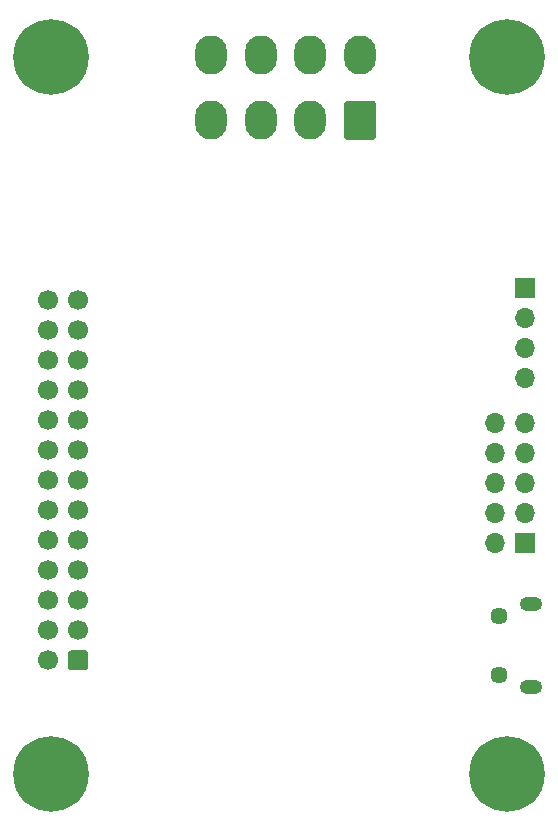
<source format=gbr>
%TF.GenerationSoftware,KiCad,Pcbnew,5.1.6*%
%TF.CreationDate,2020-11-22T23:26:00-03:00*%
%TF.ProjectId,MCU_Comms_Control,4d43555f-436f-46d6-9d73-5f436f6e7472,rev?*%
%TF.SameCoordinates,Original*%
%TF.FileFunction,Soldermask,Bot*%
%TF.FilePolarity,Negative*%
%FSLAX46Y46*%
G04 Gerber Fmt 4.6, Leading zero omitted, Abs format (unit mm)*
G04 Created by KiCad (PCBNEW 5.1.6) date 2020-11-22 23:26:00*
%MOMM*%
%LPD*%
G01*
G04 APERTURE LIST*
%ADD10C,0.800000*%
%ADD11C,6.400000*%
%ADD12C,1.450000*%
%ADD13O,1.900000X1.200000*%
%ADD14O,2.700000X3.300000*%
%ADD15C,1.700000*%
%ADD16R,1.700000X1.700000*%
%ADD17O,1.700000X1.700000*%
G04 APERTURE END LIST*
D10*
%TO.C,REF\u002A\u002A*%
X110409056Y-43768944D03*
X108712000Y-43066000D03*
X107014944Y-43768944D03*
X106312000Y-45466000D03*
X107014944Y-47163056D03*
X108712000Y-47866000D03*
X110409056Y-47163056D03*
X111112000Y-45466000D03*
D11*
X108712000Y-45466000D03*
%TD*%
D10*
%TO.C,REF\u002A\u002A*%
X71801056Y-43768944D03*
X70104000Y-43066000D03*
X68406944Y-43768944D03*
X67704000Y-45466000D03*
X68406944Y-47163056D03*
X70104000Y-47866000D03*
X71801056Y-47163056D03*
X72504000Y-45466000D03*
D11*
X70104000Y-45466000D03*
%TD*%
D10*
%TO.C,REF\u002A\u002A*%
X110409056Y-104474944D03*
X108712000Y-103772000D03*
X107014944Y-104474944D03*
X106312000Y-106172000D03*
X107014944Y-107869056D03*
X108712000Y-108572000D03*
X110409056Y-107869056D03*
X111112000Y-106172000D03*
D11*
X108712000Y-106172000D03*
%TD*%
D10*
%TO.C,REF\u002A\u002A*%
X71801056Y-104474944D03*
X70104000Y-103772000D03*
X68406944Y-104474944D03*
X67704000Y-106172000D03*
X68406944Y-107869056D03*
X70104000Y-108572000D03*
X71801056Y-107869056D03*
X72504000Y-106172000D03*
D11*
X70104000Y-106172000D03*
%TD*%
D12*
%TO.C,J1*%
X108011500Y-97750000D03*
X108011500Y-92750000D03*
D13*
X110711500Y-98750000D03*
X110711500Y-91750000D03*
%TD*%
%TO.C,J2*%
G36*
G01*
X97616000Y-49400001D02*
X97616000Y-52199999D01*
G75*
G02*
X97365999Y-52450000I-250001J0D01*
G01*
X95166001Y-52450000D01*
G75*
G02*
X94916000Y-52199999I0J250001D01*
G01*
X94916000Y-49400001D01*
G75*
G02*
X95166001Y-49150000I250001J0D01*
G01*
X97365999Y-49150000D01*
G75*
G02*
X97616000Y-49400001I0J-250001D01*
G01*
G37*
D14*
X92066000Y-50800000D03*
X87866000Y-50800000D03*
X83666000Y-50800000D03*
X96266000Y-45300000D03*
X92066000Y-45300000D03*
X87866000Y-45300000D03*
X83666000Y-45300000D03*
%TD*%
%TO.C,J3*%
G36*
G01*
X73240000Y-95920000D02*
X73240000Y-97120000D01*
G75*
G02*
X72990000Y-97370000I-250000J0D01*
G01*
X71790000Y-97370000D01*
G75*
G02*
X71540000Y-97120000I0J250000D01*
G01*
X71540000Y-95920000D01*
G75*
G02*
X71790000Y-95670000I250000J0D01*
G01*
X72990000Y-95670000D01*
G75*
G02*
X73240000Y-95920000I0J-250000D01*
G01*
G37*
D15*
X72390000Y-93980000D03*
X72390000Y-91440000D03*
X72390000Y-88900000D03*
X72390000Y-86360000D03*
X72390000Y-83820000D03*
X72390000Y-81280000D03*
X72390000Y-78740000D03*
X72390000Y-76200000D03*
X72390000Y-73660000D03*
X72390000Y-71120000D03*
X72390000Y-68580000D03*
X72390000Y-66040000D03*
X69850000Y-96520000D03*
X69850000Y-93980000D03*
X69850000Y-91440000D03*
X69850000Y-88900000D03*
X69850000Y-86360000D03*
X69850000Y-83820000D03*
X69850000Y-81280000D03*
X69850000Y-78740000D03*
X69850000Y-76200000D03*
X69850000Y-73660000D03*
X69850000Y-71120000D03*
X69850000Y-68580000D03*
X69850000Y-66040000D03*
%TD*%
D16*
%TO.C,J4*%
X110236000Y-86614000D03*
D17*
X107696000Y-86614000D03*
X110236000Y-84074000D03*
X107696000Y-84074000D03*
X110236000Y-81534000D03*
X107696000Y-81534000D03*
X110236000Y-78994000D03*
X107696000Y-78994000D03*
X110236000Y-76454000D03*
X107696000Y-76454000D03*
%TD*%
D16*
%TO.C,J5*%
X110236000Y-65024000D03*
D17*
X110236000Y-67564000D03*
X110236000Y-70104000D03*
X110236000Y-72644000D03*
%TD*%
M02*

</source>
